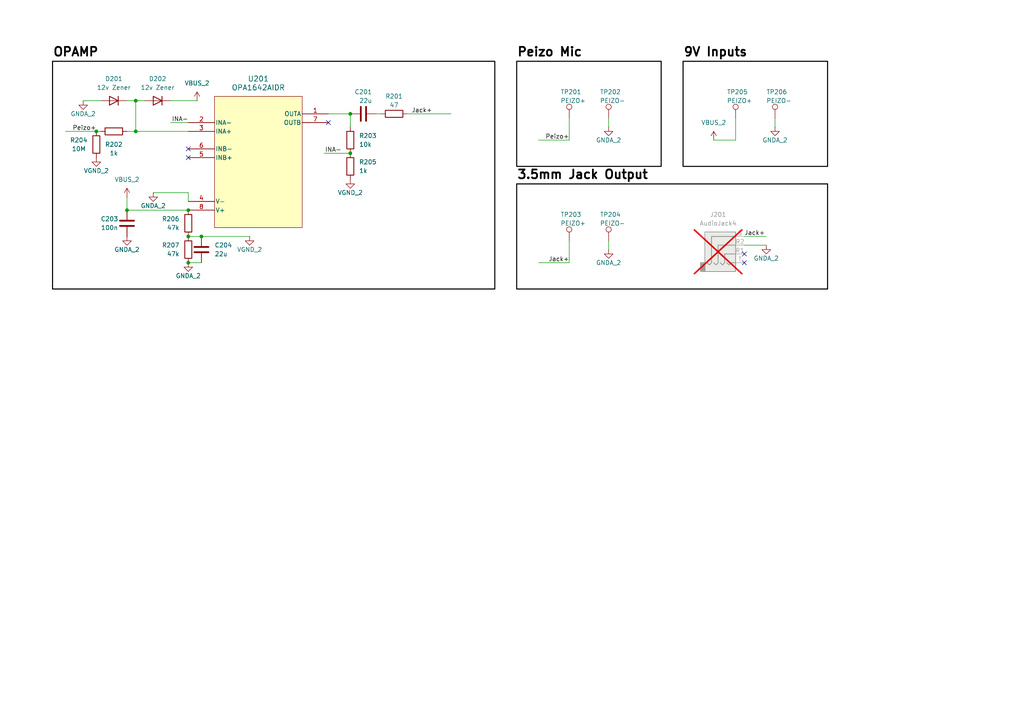
<source format=kicad_sch>
(kicad_sch
	(version 20231120)
	(generator "eeschema")
	(generator_version "8.0")
	(uuid "a0b24dac-30ad-4a17-89da-707f29d6386a")
	(paper "A4")
	(title_block
		(title "Hydrophone")
		(date "2025-02-14")
		(rev "1")
		(company "Remus Harris")
	)
	(lib_symbols
		(symbol "Connector:TestPoint"
			(pin_numbers hide)
			(pin_names
				(offset 0.762) hide)
			(exclude_from_sim no)
			(in_bom yes)
			(on_board yes)
			(property "Reference" "TP"
				(at 0 6.858 0)
				(effects
					(font
						(size 1.27 1.27)
					)
				)
			)
			(property "Value" "TestPoint"
				(at 0 5.08 0)
				(effects
					(font
						(size 1.27 1.27)
					)
				)
			)
			(property "Footprint" ""
				(at 5.08 0 0)
				(effects
					(font
						(size 1.27 1.27)
					)
					(hide yes)
				)
			)
			(property "Datasheet" "~"
				(at 5.08 0 0)
				(effects
					(font
						(size 1.27 1.27)
					)
					(hide yes)
				)
			)
			(property "Description" "test point"
				(at 0 0 0)
				(effects
					(font
						(size 1.27 1.27)
					)
					(hide yes)
				)
			)
			(property "ki_keywords" "test point tp"
				(at 0 0 0)
				(effects
					(font
						(size 1.27 1.27)
					)
					(hide yes)
				)
			)
			(property "ki_fp_filters" "Pin* Test*"
				(at 0 0 0)
				(effects
					(font
						(size 1.27 1.27)
					)
					(hide yes)
				)
			)
			(symbol "TestPoint_0_1"
				(circle
					(center 0 3.302)
					(radius 0.762)
					(stroke
						(width 0)
						(type default)
					)
					(fill
						(type none)
					)
				)
			)
			(symbol "TestPoint_1_1"
				(pin passive line
					(at 0 0 90)
					(length 2.54)
					(name "1"
						(effects
							(font
								(size 1.27 1.27)
							)
						)
					)
					(number "1"
						(effects
							(font
								(size 1.27 1.27)
							)
						)
					)
				)
			)
		)
		(symbol "Connector_Audio:AudioJack4"
			(exclude_from_sim no)
			(in_bom yes)
			(on_board yes)
			(property "Reference" "J"
				(at 0 8.89 0)
				(effects
					(font
						(size 1.27 1.27)
					)
				)
			)
			(property "Value" "AudioJack4"
				(at 0 6.35 0)
				(effects
					(font
						(size 1.27 1.27)
					)
				)
			)
			(property "Footprint" ""
				(at 0 0 0)
				(effects
					(font
						(size 1.27 1.27)
					)
					(hide yes)
				)
			)
			(property "Datasheet" "~"
				(at 0 0 0)
				(effects
					(font
						(size 1.27 1.27)
					)
					(hide yes)
				)
			)
			(property "Description" "Audio Jack, 4 Poles (TRRS)"
				(at 0 0 0)
				(effects
					(font
						(size 1.27 1.27)
					)
					(hide yes)
				)
			)
			(property "ki_keywords" "audio jack receptacle stereo headphones TRRS connector"
				(at 0 0 0)
				(effects
					(font
						(size 1.27 1.27)
					)
					(hide yes)
				)
			)
			(property "ki_fp_filters" "Jack*"
				(at 0 0 0)
				(effects
					(font
						(size 1.27 1.27)
					)
					(hide yes)
				)
			)
			(symbol "AudioJack4_0_1"
				(rectangle
					(start -6.35 -5.08)
					(end -7.62 -7.62)
					(stroke
						(width 0.254)
						(type default)
					)
					(fill
						(type outline)
					)
				)
				(polyline
					(pts
						(xy 0 -5.08) (xy 0.635 -5.715) (xy 1.27 -5.08) (xy 2.54 -5.08)
					)
					(stroke
						(width 0.254)
						(type default)
					)
					(fill
						(type none)
					)
				)
				(polyline
					(pts
						(xy -5.715 -5.08) (xy -5.08 -5.715) (xy -4.445 -5.08) (xy -4.445 2.54) (xy 2.54 2.54)
					)
					(stroke
						(width 0.254)
						(type default)
					)
					(fill
						(type none)
					)
				)
				(polyline
					(pts
						(xy -1.905 -5.08) (xy -1.27 -5.715) (xy -0.635 -5.08) (xy -0.635 -2.54) (xy 2.54 -2.54)
					)
					(stroke
						(width 0.254)
						(type default)
					)
					(fill
						(type none)
					)
				)
				(polyline
					(pts
						(xy 2.54 0) (xy -2.54 0) (xy -2.54 -5.08) (xy -3.175 -5.715) (xy -3.81 -5.08)
					)
					(stroke
						(width 0.254)
						(type default)
					)
					(fill
						(type none)
					)
				)
				(rectangle
					(start 2.54 3.81)
					(end -6.35 -7.62)
					(stroke
						(width 0.254)
						(type default)
					)
					(fill
						(type background)
					)
				)
			)
			(symbol "AudioJack4_1_1"
				(pin passive line
					(at 5.08 -2.54 180)
					(length 2.54)
					(name "~"
						(effects
							(font
								(size 1.27 1.27)
							)
						)
					)
					(number "R1"
						(effects
							(font
								(size 1.27 1.27)
							)
						)
					)
				)
				(pin passive line
					(at 5.08 0 180)
					(length 2.54)
					(name "~"
						(effects
							(font
								(size 1.27 1.27)
							)
						)
					)
					(number "R2"
						(effects
							(font
								(size 1.27 1.27)
							)
						)
					)
				)
				(pin passive line
					(at 5.08 2.54 180)
					(length 2.54)
					(name "~"
						(effects
							(font
								(size 1.27 1.27)
							)
						)
					)
					(number "S"
						(effects
							(font
								(size 1.27 1.27)
							)
						)
					)
				)
				(pin passive line
					(at 5.08 -5.08 180)
					(length 2.54)
					(name "~"
						(effects
							(font
								(size 1.27 1.27)
							)
						)
					)
					(number "T"
						(effects
							(font
								(size 1.27 1.27)
							)
						)
					)
				)
			)
		)
		(symbol "Device:C"
			(pin_numbers hide)
			(pin_names
				(offset 0.254)
			)
			(exclude_from_sim no)
			(in_bom yes)
			(on_board yes)
			(property "Reference" "C"
				(at 0.635 2.54 0)
				(effects
					(font
						(size 1.27 1.27)
					)
					(justify left)
				)
			)
			(property "Value" "C"
				(at 0.635 -2.54 0)
				(effects
					(font
						(size 1.27 1.27)
					)
					(justify left)
				)
			)
			(property "Footprint" ""
				(at 0.9652 -3.81 0)
				(effects
					(font
						(size 1.27 1.27)
					)
					(hide yes)
				)
			)
			(property "Datasheet" "~"
				(at 0 0 0)
				(effects
					(font
						(size 1.27 1.27)
					)
					(hide yes)
				)
			)
			(property "Description" "Unpolarized capacitor"
				(at 0 0 0)
				(effects
					(font
						(size 1.27 1.27)
					)
					(hide yes)
				)
			)
			(property "ki_keywords" "cap capacitor"
				(at 0 0 0)
				(effects
					(font
						(size 1.27 1.27)
					)
					(hide yes)
				)
			)
			(property "ki_fp_filters" "C_*"
				(at 0 0 0)
				(effects
					(font
						(size 1.27 1.27)
					)
					(hide yes)
				)
			)
			(symbol "C_0_1"
				(polyline
					(pts
						(xy -2.032 -0.762) (xy 2.032 -0.762)
					)
					(stroke
						(width 0.508)
						(type default)
					)
					(fill
						(type none)
					)
				)
				(polyline
					(pts
						(xy -2.032 0.762) (xy 2.032 0.762)
					)
					(stroke
						(width 0.508)
						(type default)
					)
					(fill
						(type none)
					)
				)
			)
			(symbol "C_1_1"
				(pin passive line
					(at 0 3.81 270)
					(length 2.794)
					(name "~"
						(effects
							(font
								(size 1.27 1.27)
							)
						)
					)
					(number "1"
						(effects
							(font
								(size 1.27 1.27)
							)
						)
					)
				)
				(pin passive line
					(at 0 -3.81 90)
					(length 2.794)
					(name "~"
						(effects
							(font
								(size 1.27 1.27)
							)
						)
					)
					(number "2"
						(effects
							(font
								(size 1.27 1.27)
							)
						)
					)
				)
			)
		)
		(symbol "Device:D"
			(pin_numbers hide)
			(pin_names
				(offset 1.016) hide)
			(exclude_from_sim no)
			(in_bom yes)
			(on_board yes)
			(property "Reference" "D"
				(at 0 2.54 0)
				(effects
					(font
						(size 1.27 1.27)
					)
				)
			)
			(property "Value" "D"
				(at 0 -2.54 0)
				(effects
					(font
						(size 1.27 1.27)
					)
				)
			)
			(property "Footprint" ""
				(at 0 0 0)
				(effects
					(font
						(size 1.27 1.27)
					)
					(hide yes)
				)
			)
			(property "Datasheet" "~"
				(at 0 0 0)
				(effects
					(font
						(size 1.27 1.27)
					)
					(hide yes)
				)
			)
			(property "Description" "Diode"
				(at 0 0 0)
				(effects
					(font
						(size 1.27 1.27)
					)
					(hide yes)
				)
			)
			(property "Sim.Device" "D"
				(at 0 0 0)
				(effects
					(font
						(size 1.27 1.27)
					)
					(hide yes)
				)
			)
			(property "Sim.Pins" "1=K 2=A"
				(at 0 0 0)
				(effects
					(font
						(size 1.27 1.27)
					)
					(hide yes)
				)
			)
			(property "ki_keywords" "diode"
				(at 0 0 0)
				(effects
					(font
						(size 1.27 1.27)
					)
					(hide yes)
				)
			)
			(property "ki_fp_filters" "TO-???* *_Diode_* *SingleDiode* D_*"
				(at 0 0 0)
				(effects
					(font
						(size 1.27 1.27)
					)
					(hide yes)
				)
			)
			(symbol "D_0_1"
				(polyline
					(pts
						(xy -1.27 1.27) (xy -1.27 -1.27)
					)
					(stroke
						(width 0.254)
						(type default)
					)
					(fill
						(type none)
					)
				)
				(polyline
					(pts
						(xy 1.27 0) (xy -1.27 0)
					)
					(stroke
						(width 0)
						(type default)
					)
					(fill
						(type none)
					)
				)
				(polyline
					(pts
						(xy 1.27 1.27) (xy 1.27 -1.27) (xy -1.27 0) (xy 1.27 1.27)
					)
					(stroke
						(width 0.254)
						(type default)
					)
					(fill
						(type none)
					)
				)
			)
			(symbol "D_1_1"
				(pin passive line
					(at -3.81 0 0)
					(length 2.54)
					(name "K"
						(effects
							(font
								(size 1.27 1.27)
							)
						)
					)
					(number "1"
						(effects
							(font
								(size 1.27 1.27)
							)
						)
					)
				)
				(pin passive line
					(at 3.81 0 180)
					(length 2.54)
					(name "A"
						(effects
							(font
								(size 1.27 1.27)
							)
						)
					)
					(number "2"
						(effects
							(font
								(size 1.27 1.27)
							)
						)
					)
				)
			)
		)
		(symbol "Device:R"
			(pin_numbers hide)
			(pin_names
				(offset 0)
			)
			(exclude_from_sim no)
			(in_bom yes)
			(on_board yes)
			(property "Reference" "R"
				(at 2.032 0 90)
				(effects
					(font
						(size 1.27 1.27)
					)
				)
			)
			(property "Value" "R"
				(at 0 0 90)
				(effects
					(font
						(size 1.27 1.27)
					)
				)
			)
			(property "Footprint" ""
				(at -1.778 0 90)
				(effects
					(font
						(size 1.27 1.27)
					)
					(hide yes)
				)
			)
			(property "Datasheet" "~"
				(at 0 0 0)
				(effects
					(font
						(size 1.27 1.27)
					)
					(hide yes)
				)
			)
			(property "Description" "Resistor"
				(at 0 0 0)
				(effects
					(font
						(size 1.27 1.27)
					)
					(hide yes)
				)
			)
			(property "ki_keywords" "R res resistor"
				(at 0 0 0)
				(effects
					(font
						(size 1.27 1.27)
					)
					(hide yes)
				)
			)
			(property "ki_fp_filters" "R_*"
				(at 0 0 0)
				(effects
					(font
						(size 1.27 1.27)
					)
					(hide yes)
				)
			)
			(symbol "R_0_1"
				(rectangle
					(start -1.016 -2.54)
					(end 1.016 2.54)
					(stroke
						(width 0.254)
						(type default)
					)
					(fill
						(type none)
					)
				)
			)
			(symbol "R_1_1"
				(pin passive line
					(at 0 3.81 270)
					(length 1.27)
					(name "~"
						(effects
							(font
								(size 1.27 1.27)
							)
						)
					)
					(number "1"
						(effects
							(font
								(size 1.27 1.27)
							)
						)
					)
				)
				(pin passive line
					(at 0 -3.81 90)
					(length 1.27)
					(name "~"
						(effects
							(font
								(size 1.27 1.27)
							)
						)
					)
					(number "2"
						(effects
							(font
								(size 1.27 1.27)
							)
						)
					)
				)
			)
		)
		(symbol "OPA1642AIDR:OPA1642AIDR"
			(pin_names
				(offset 0.254)
			)
			(exclude_from_sim no)
			(in_bom yes)
			(on_board yes)
			(property "Reference" "U"
				(at 20.32 12.7 0)
				(effects
					(font
						(size 1.524 1.524)
					)
				)
			)
			(property "Value" "OPA1642AIDR"
				(at 20.32 10.16 0)
				(effects
					(font
						(size 1.524 1.524)
					)
				)
			)
			(property "Footprint" "OPA1642AIDR:D8"
				(at 20.574 10.16 0)
				(effects
					(font
						(size 1.27 1.27)
						(italic yes)
					)
					(hide yes)
				)
			)
			(property "Datasheet" "OPA1642AIDR"
				(at 20.32 10.16 0)
				(effects
					(font
						(size 1.27 1.27)
						(italic yes)
					)
					(hide yes)
				)
			)
			(property "Description" ""
				(at 0 0 0)
				(effects
					(font
						(size 1.27 1.27)
					)
					(hide yes)
				)
			)
			(property "ki_keywords" "OPA1642AIDR"
				(at 0 0 0)
				(effects
					(font
						(size 1.27 1.27)
					)
					(hide yes)
				)
			)
			(property "ki_fp_filters" "D8 D8-M D8-L"
				(at 0 0 0)
				(effects
					(font
						(size 1.27 1.27)
					)
					(hide yes)
				)
			)
			(symbol "OPA1642AIDR_0_1"
				(pin output line
					(at 40.64 2.54 180)
					(length 7.62)
					(name "OUTA"
						(effects
							(font
								(size 1.27 1.27)
							)
						)
					)
					(number "1"
						(effects
							(font
								(size 1.27 1.27)
							)
						)
					)
				)
				(pin input line
					(at 0 0 0)
					(length 7.62)
					(name "INA-"
						(effects
							(font
								(size 1.27 1.27)
							)
						)
					)
					(number "2"
						(effects
							(font
								(size 1.27 1.27)
							)
						)
					)
				)
				(pin input line
					(at 0 -2.54 0)
					(length 7.62)
					(name "INA+"
						(effects
							(font
								(size 1.27 1.27)
							)
						)
					)
					(number "3"
						(effects
							(font
								(size 1.27 1.27)
							)
						)
					)
				)
				(pin power_in line
					(at 0 -22.86 0)
					(length 7.62)
					(name "V-"
						(effects
							(font
								(size 1.27 1.27)
							)
						)
					)
					(number "4"
						(effects
							(font
								(size 1.27 1.27)
							)
						)
					)
				)
				(pin input line
					(at 0 -10.16 0)
					(length 7.62)
					(name "INB+"
						(effects
							(font
								(size 1.27 1.27)
							)
						)
					)
					(number "5"
						(effects
							(font
								(size 1.27 1.27)
							)
						)
					)
				)
				(pin input line
					(at 0 -7.62 0)
					(length 7.62)
					(name "INB-"
						(effects
							(font
								(size 1.27 1.27)
							)
						)
					)
					(number "6"
						(effects
							(font
								(size 1.27 1.27)
							)
						)
					)
				)
				(pin output line
					(at 40.64 0 180)
					(length 7.62)
					(name "OUTB"
						(effects
							(font
								(size 1.27 1.27)
							)
						)
					)
					(number "7"
						(effects
							(font
								(size 1.27 1.27)
							)
						)
					)
				)
				(pin power_in line
					(at 0 -25.4 0)
					(length 7.62)
					(name "V+"
						(effects
							(font
								(size 1.27 1.27)
							)
						)
					)
					(number "8"
						(effects
							(font
								(size 1.27 1.27)
							)
						)
					)
				)
			)
			(symbol "OPA1642AIDR_1_1"
				(rectangle
					(start 7.62 7.62)
					(end 33.02 -30.48)
					(stroke
						(width 0)
						(type default)
					)
					(fill
						(type background)
					)
				)
			)
		)
		(symbol "power:GND"
			(power)
			(pin_numbers hide)
			(pin_names
				(offset 0) hide)
			(exclude_from_sim no)
			(in_bom yes)
			(on_board yes)
			(property "Reference" "#PWR"
				(at 0 -6.35 0)
				(effects
					(font
						(size 1.27 1.27)
					)
					(hide yes)
				)
			)
			(property "Value" "GND"
				(at 0 -3.81 0)
				(effects
					(font
						(size 1.27 1.27)
					)
				)
			)
			(property "Footprint" ""
				(at 0 0 0)
				(effects
					(font
						(size 1.27 1.27)
					)
					(hide yes)
				)
			)
			(property "Datasheet" ""
				(at 0 0 0)
				(effects
					(font
						(size 1.27 1.27)
					)
					(hide yes)
				)
			)
			(property "Description" "Power symbol creates a global label with name \"GND\" , ground"
				(at 0 0 0)
				(effects
					(font
						(size 1.27 1.27)
					)
					(hide yes)
				)
			)
			(property "ki_keywords" "global power"
				(at 0 0 0)
				(effects
					(font
						(size 1.27 1.27)
					)
					(hide yes)
				)
			)
			(symbol "GND_0_1"
				(polyline
					(pts
						(xy 0 0) (xy 0 -1.27) (xy 1.27 -1.27) (xy 0 -2.54) (xy -1.27 -1.27) (xy 0 -1.27)
					)
					(stroke
						(width 0)
						(type default)
					)
					(fill
						(type none)
					)
				)
			)
			(symbol "GND_1_1"
				(pin power_in line
					(at 0 0 270)
					(length 0)
					(name "~"
						(effects
							(font
								(size 1.27 1.27)
							)
						)
					)
					(number "1"
						(effects
							(font
								(size 1.27 1.27)
							)
						)
					)
				)
			)
		)
		(symbol "power:GNDA"
			(power)
			(pin_numbers hide)
			(pin_names
				(offset 0) hide)
			(exclude_from_sim no)
			(in_bom yes)
			(on_board yes)
			(property "Reference" "#PWR"
				(at 0 -6.35 0)
				(effects
					(font
						(size 1.27 1.27)
					)
					(hide yes)
				)
			)
			(property "Value" "GNDA"
				(at 0 -3.81 0)
				(effects
					(font
						(size 1.27 1.27)
					)
				)
			)
			(property "Footprint" ""
				(at 0 0 0)
				(effects
					(font
						(size 1.27 1.27)
					)
					(hide yes)
				)
			)
			(property "Datasheet" ""
				(at 0 0 0)
				(effects
					(font
						(size 1.27 1.27)
					)
					(hide yes)
				)
			)
			(property "Description" "Power symbol creates a global label with name \"GNDA\" , analog ground"
				(at 0 0 0)
				(effects
					(font
						(size 1.27 1.27)
					)
					(hide yes)
				)
			)
			(property "ki_keywords" "global power"
				(at 0 0 0)
				(effects
					(font
						(size 1.27 1.27)
					)
					(hide yes)
				)
			)
			(symbol "GNDA_0_1"
				(polyline
					(pts
						(xy 0 0) (xy 0 -1.27) (xy 1.27 -1.27) (xy 0 -2.54) (xy -1.27 -1.27) (xy 0 -1.27)
					)
					(stroke
						(width 0)
						(type default)
					)
					(fill
						(type none)
					)
				)
			)
			(symbol "GNDA_1_1"
				(pin power_in line
					(at 0 0 270)
					(length 0)
					(name "~"
						(effects
							(font
								(size 1.27 1.27)
							)
						)
					)
					(number "1"
						(effects
							(font
								(size 1.27 1.27)
							)
						)
					)
				)
			)
		)
		(symbol "power:VBUS"
			(power)
			(pin_numbers hide)
			(pin_names
				(offset 0) hide)
			(exclude_from_sim no)
			(in_bom yes)
			(on_board yes)
			(property "Reference" "#PWR"
				(at 0 -3.81 0)
				(effects
					(font
						(size 1.27 1.27)
					)
					(hide yes)
				)
			)
			(property "Value" "VBUS"
				(at 0 3.556 0)
				(effects
					(font
						(size 1.27 1.27)
					)
				)
			)
			(property "Footprint" ""
				(at 0 0 0)
				(effects
					(font
						(size 1.27 1.27)
					)
					(hide yes)
				)
			)
			(property "Datasheet" ""
				(at 0 0 0)
				(effects
					(font
						(size 1.27 1.27)
					)
					(hide yes)
				)
			)
			(property "Description" "Power symbol creates a global label with name \"VBUS\""
				(at 0 0 0)
				(effects
					(font
						(size 1.27 1.27)
					)
					(hide yes)
				)
			)
			(property "ki_keywords" "global power"
				(at 0 0 0)
				(effects
					(font
						(size 1.27 1.27)
					)
					(hide yes)
				)
			)
			(symbol "VBUS_0_1"
				(polyline
					(pts
						(xy -0.762 1.27) (xy 0 2.54)
					)
					(stroke
						(width 0)
						(type default)
					)
					(fill
						(type none)
					)
				)
				(polyline
					(pts
						(xy 0 0) (xy 0 2.54)
					)
					(stroke
						(width 0)
						(type default)
					)
					(fill
						(type none)
					)
				)
				(polyline
					(pts
						(xy 0 2.54) (xy 0.762 1.27)
					)
					(stroke
						(width 0)
						(type default)
					)
					(fill
						(type none)
					)
				)
			)
			(symbol "VBUS_1_1"
				(pin power_in line
					(at 0 0 90)
					(length 0)
					(name "~"
						(effects
							(font
								(size 1.27 1.27)
							)
						)
					)
					(number "1"
						(effects
							(font
								(size 1.27 1.27)
							)
						)
					)
				)
			)
		)
	)
	(junction
		(at 39.37 29.21)
		(diameter 0)
		(color 0 0 0 0)
		(uuid "0e18ee4c-4ece-414c-8cc8-718c169f4356")
	)
	(junction
		(at 54.61 68.58)
		(diameter 0)
		(color 0 0 0 0)
		(uuid "31f859d9-2b59-4026-985a-50b1fdf84963")
	)
	(junction
		(at 27.94 38.1)
		(diameter 0)
		(color 0 0 0 0)
		(uuid "6488a1f3-070e-497d-a300-842b3ae77088")
	)
	(junction
		(at 39.37 38.1)
		(diameter 0)
		(color 0 0 0 0)
		(uuid "690091e7-6492-4ae9-9d7c-813604973d6e")
	)
	(junction
		(at 54.61 60.96)
		(diameter 0)
		(color 0 0 0 0)
		(uuid "79a40d52-69c1-4d00-9c6c-2bf060c017ad")
	)
	(junction
		(at 58.42 68.58)
		(diameter 0)
		(color 0 0 0 0)
		(uuid "96f6ca3a-5d21-4fe2-8e3c-1b9966ad9867")
	)
	(junction
		(at 101.6 33.02)
		(diameter 0)
		(color 0 0 0 0)
		(uuid "aa4ab7ad-0683-4a23-8fa9-f2bdce678b51")
	)
	(junction
		(at 54.61 76.2)
		(diameter 0)
		(color 0 0 0 0)
		(uuid "b0f7edd7-9d94-4240-ae30-99920355cf0c")
	)
	(junction
		(at 101.6 44.45)
		(diameter 0)
		(color 0 0 0 0)
		(uuid "f8e7719c-b31b-4af1-89c8-1bf6ef6fa5da")
	)
	(junction
		(at 36.83 60.96)
		(diameter 0)
		(color 0 0 0 0)
		(uuid "ff46da5c-ba84-4148-b5c1-4d10dd5edbe7")
	)
	(no_connect
		(at 95.25 35.56)
		(uuid "045c9c5b-a1a6-4769-bd51-5dc3fb1a8fd9")
	)
	(no_connect
		(at 54.61 45.72)
		(uuid "2bfa988e-6c3a-4826-b869-1c9183d74d9c")
	)
	(no_connect
		(at 54.61 43.18)
		(uuid "30467626-8594-48f1-8130-17a1d52dccec")
	)
	(no_connect
		(at 215.9 73.66)
		(uuid "b9a4be41-0e2d-42af-ac83-e365ec663dbc")
	)
	(no_connect
		(at 215.9 76.2)
		(uuid "dac31296-0cd4-4cae-a7bb-9179148bb449")
	)
	(wire
		(pts
			(xy 176.53 69.85) (xy 176.53 72.39)
		)
		(stroke
			(width 0)
			(type default)
		)
		(uuid "1c67a697-d35e-43cb-9382-7a0a3216895b")
	)
	(wire
		(pts
			(xy 213.36 34.29) (xy 213.36 40.64)
		)
		(stroke
			(width 0)
			(type default)
		)
		(uuid "339c1e96-bc1e-4e46-9ff4-bfe9640c311a")
	)
	(wire
		(pts
			(xy 39.37 38.1) (xy 54.61 38.1)
		)
		(stroke
			(width 0)
			(type default)
		)
		(uuid "34427405-728e-4108-8fc6-dca615ff0b31")
	)
	(wire
		(pts
			(xy 54.61 76.2) (xy 58.42 76.2)
		)
		(stroke
			(width 0)
			(type default)
		)
		(uuid "34e7a9a3-678f-49f8-8b98-2f3e58ad1290")
	)
	(wire
		(pts
			(xy 54.61 55.88) (xy 44.45 55.88)
		)
		(stroke
			(width 0)
			(type default)
		)
		(uuid "3702dd98-67b2-48cf-9f95-95c36cf062a4")
	)
	(wire
		(pts
			(xy 165.1 34.29) (xy 165.1 40.64)
		)
		(stroke
			(width 0)
			(type default)
		)
		(uuid "57aaea5a-d39f-47f8-a4da-274ff2d2cbc2")
	)
	(wire
		(pts
			(xy 207.01 40.64) (xy 213.36 40.64)
		)
		(stroke
			(width 0)
			(type default)
		)
		(uuid "60b09cce-a106-433b-9c4f-5ef2d044348c")
	)
	(wire
		(pts
			(xy 215.9 71.12) (xy 222.25 71.12)
		)
		(stroke
			(width 0)
			(type default)
		)
		(uuid "6355f32f-b9a7-41ac-a986-eecb5ae5ae05")
	)
	(wire
		(pts
			(xy 39.37 29.21) (xy 39.37 38.1)
		)
		(stroke
			(width 0)
			(type default)
		)
		(uuid "6c50c580-59c0-46b4-88eb-a7f3184eeae4")
	)
	(wire
		(pts
			(xy 176.53 34.29) (xy 176.53 36.83)
		)
		(stroke
			(width 0)
			(type default)
		)
		(uuid "6e49f4fc-77fb-4f0f-990a-6b224e95726e")
	)
	(wire
		(pts
			(xy 156.21 40.64) (xy 165.1 40.64)
		)
		(stroke
			(width 0)
			(type default)
		)
		(uuid "71469268-9c13-4f2a-926f-10a51a5bfaf5")
	)
	(wire
		(pts
			(xy 118.11 33.02) (xy 130.81 33.02)
		)
		(stroke
			(width 0)
			(type default)
		)
		(uuid "71e5a0a9-c5dc-4485-a247-8769008c87c1")
	)
	(wire
		(pts
			(xy 36.83 57.15) (xy 36.83 60.96)
		)
		(stroke
			(width 0)
			(type default)
		)
		(uuid "76327547-f450-4114-bf9e-65105b55a8f0")
	)
	(wire
		(pts
			(xy 39.37 29.21) (xy 36.83 29.21)
		)
		(stroke
			(width 0)
			(type default)
		)
		(uuid "77ea9e5b-658a-4394-bf92-bccf7f77c8e1")
	)
	(wire
		(pts
			(xy 41.91 29.21) (xy 39.37 29.21)
		)
		(stroke
			(width 0)
			(type default)
		)
		(uuid "7ec5d024-c59d-4bef-916b-bb8f557ca7d5")
	)
	(wire
		(pts
			(xy 110.49 33.02) (xy 109.22 33.02)
		)
		(stroke
			(width 0)
			(type default)
		)
		(uuid "8e2d9701-4e35-4fb7-8542-bcbba5cac776")
	)
	(wire
		(pts
			(xy 27.94 38.1) (xy 29.21 38.1)
		)
		(stroke
			(width 0)
			(type default)
		)
		(uuid "99b6b5f8-1f17-4dbe-989e-e1f58c8ff9b7")
	)
	(wire
		(pts
			(xy 36.83 60.96) (xy 54.61 60.96)
		)
		(stroke
			(width 0)
			(type default)
		)
		(uuid "99d31f8b-fcad-4f8d-a005-2aa06529fd7a")
	)
	(wire
		(pts
			(xy 93.98 44.45) (xy 101.6 44.45)
		)
		(stroke
			(width 0)
			(type default)
		)
		(uuid "bc9f5898-4a23-43f9-8aa1-8aaae58a77e4")
	)
	(wire
		(pts
			(xy 49.53 35.56) (xy 54.61 35.56)
		)
		(stroke
			(width 0)
			(type default)
		)
		(uuid "bfed6d3a-eaf3-440e-9fa4-683a9898ee49")
	)
	(wire
		(pts
			(xy 58.42 68.58) (xy 72.39 68.58)
		)
		(stroke
			(width 0)
			(type default)
		)
		(uuid "c0526ed1-9b17-4086-91e9-e436f287c524")
	)
	(wire
		(pts
			(xy 49.53 29.21) (xy 57.15 29.21)
		)
		(stroke
			(width 0)
			(type default)
		)
		(uuid "c477737d-3b50-4afb-bee1-aeb440dfa218")
	)
	(wire
		(pts
			(xy 224.79 34.29) (xy 224.79 36.83)
		)
		(stroke
			(width 0)
			(type default)
		)
		(uuid "c77cc8f5-385b-4a59-ac8f-acdb87e7d55b")
	)
	(wire
		(pts
			(xy 36.83 38.1) (xy 39.37 38.1)
		)
		(stroke
			(width 0)
			(type default)
		)
		(uuid "cb896808-8037-4f5c-9145-c38bca7b3927")
	)
	(wire
		(pts
			(xy 19.05 38.1) (xy 27.94 38.1)
		)
		(stroke
			(width 0)
			(type default)
		)
		(uuid "d19d3e86-bcc4-4f82-8d07-05257e8ae287")
	)
	(wire
		(pts
			(xy 24.13 29.21) (xy 29.21 29.21)
		)
		(stroke
			(width 0)
			(type default)
		)
		(uuid "d78b8582-78f4-4376-91af-0367a9e2c9ee")
	)
	(wire
		(pts
			(xy 54.61 68.58) (xy 58.42 68.58)
		)
		(stroke
			(width 0)
			(type default)
		)
		(uuid "d86a3342-0305-4651-8d62-53e3cc1f4158")
	)
	(wire
		(pts
			(xy 165.1 69.85) (xy 165.1 76.2)
		)
		(stroke
			(width 0)
			(type default)
		)
		(uuid "d8b25d28-5bc7-42c9-9ad2-82cde8dd6c78")
	)
	(wire
		(pts
			(xy 101.6 33.02) (xy 101.6 36.83)
		)
		(stroke
			(width 0)
			(type default)
		)
		(uuid "e1fe38d7-0068-403b-8f7d-d93b462f58d2")
	)
	(wire
		(pts
			(xy 101.6 33.02) (xy 95.25 33.02)
		)
		(stroke
			(width 0)
			(type default)
		)
		(uuid "f3b1007b-955e-4f9b-92b5-e77301ad2a84")
	)
	(wire
		(pts
			(xy 215.9 68.58) (xy 222.25 68.58)
		)
		(stroke
			(width 0)
			(type default)
		)
		(uuid "f564db1d-af7c-4ffc-be6f-18b21df3c4d6")
	)
	(wire
		(pts
			(xy 54.61 58.42) (xy 54.61 55.88)
		)
		(stroke
			(width 0)
			(type default)
		)
		(uuid "f6ddcbae-f7df-40e9-90f5-edcebf44d118")
	)
	(wire
		(pts
			(xy 156.21 76.2) (xy 165.1 76.2)
		)
		(stroke
			(width 0)
			(type default)
		)
		(uuid "fd3b2a92-8b7f-4bf4-a080-bc0f04a0987e")
	)
	(rectangle
		(start 198.12 17.78)
		(end 240.03 48.26)
		(stroke
			(width 0.3048)
			(type default)
			(color 0 0 0 1)
		)
		(fill
			(type none)
		)
		(uuid 55ba5b46-593a-4e37-81f7-c502a2d35f6d)
	)
	(rectangle
		(start 149.86 53.34)
		(end 240.03 83.82)
		(stroke
			(width 0.3048)
			(type default)
			(color 0 0 0 1)
		)
		(fill
			(type none)
		)
		(uuid 57f100a7-0af1-443b-8030-d1c5091030f5)
	)
	(rectangle
		(start 149.86 17.78)
		(end 191.77 48.26)
		(stroke
			(width 0.3048)
			(type default)
			(color 0 0 0 1)
		)
		(fill
			(type none)
		)
		(uuid 5ef1046b-fc57-46f4-89f7-051a8e1480f6)
	)
	(rectangle
		(start 15.24 17.78)
		(end 143.51 83.82)
		(stroke
			(width 0.3048)
			(type default)
			(color 0 0 0 1)
		)
		(fill
			(type none)
		)
		(uuid b406788b-28bf-4d98-85fd-a2c9266665a7)
	)
	(text "Peizo Mic"
		(exclude_from_sim no)
		(at 149.86 15.24 0)
		(effects
			(font
				(size 2.54 2.54)
				(thickness 0.508)
				(bold yes)
				(color 0 0 0 1)
			)
			(justify left)
		)
		(uuid "240026c0-6e6e-4734-a4fb-ec95e5c42131")
	)
	(text "OPAMP"
		(exclude_from_sim no)
		(at 15.24 15.24 0)
		(effects
			(font
				(size 2.54 2.54)
				(thickness 0.508)
				(bold yes)
				(color 0 0 0 1)
			)
			(justify left)
		)
		(uuid "9c01a8b7-b51b-4821-a92a-9a8b9daadb88")
	)
	(text "3.5mm Jack Output"
		(exclude_from_sim no)
		(at 149.86 50.8 0)
		(effects
			(font
				(size 2.54 2.54)
				(thickness 0.508)
				(bold yes)
				(color 0 0 0 1)
			)
			(justify left)
		)
		(uuid "b6bafa18-3ad8-41cf-8652-5836a87ec36e")
	)
	(text "9V Inputs"
		(exclude_from_sim no)
		(at 198.12 15.24 0)
		(effects
			(font
				(size 2.54 2.54)
				(thickness 0.508)
				(bold yes)
				(color 0 0 0 1)
			)
			(justify left)
		)
		(uuid "c2082114-2746-40ff-a704-90b8e35d8bcb")
	)
	(label "INA-"
		(at 54.61 35.56 180)
		(effects
			(font
				(size 1.27 1.27)
			)
			(justify right bottom)
		)
		(uuid "3fef85e6-6ddc-40d8-816b-df3c44e473ce")
	)
	(label "INA-"
		(at 99.06 44.45 180)
		(effects
			(font
				(size 1.27 1.27)
			)
			(justify right bottom)
		)
		(uuid "4d958473-8173-4e8c-bf29-59a973206ed1")
	)
	(label "Jack+"
		(at 119.38 33.02 0)
		(effects
			(font
				(size 1.27 1.27)
			)
			(justify left bottom)
		)
		(uuid "879f1c47-47cf-44a9-a975-7b16532dd32a")
	)
	(label "Peizo+"
		(at 27.94 38.1 180)
		(effects
			(font
				(size 1.27 1.27)
			)
			(justify right bottom)
		)
		(uuid "9430ccfe-2211-4ea1-9155-1e70a5f22fa2")
	)
	(label "Jack+"
		(at 215.9 68.58 0)
		(effects
			(font
				(size 1.27 1.27)
			)
			(justify left bottom)
		)
		(uuid "9d7d91ce-5320-4213-be52-bb411e6188e9")
	)
	(label "Jack+"
		(at 165.1 76.2 180)
		(effects
			(font
				(size 1.27 1.27)
			)
			(justify right bottom)
		)
		(uuid "ee4f2723-1a98-4bad-92ae-db1d1aae1b4f")
	)
	(label "Peizo+"
		(at 165.1 40.64 180)
		(effects
			(font
				(size 1.27 1.27)
			)
			(justify right bottom)
		)
		(uuid "fc355ac6-7659-4cf9-827c-a7cae2dcf360")
	)
	(symbol
		(lib_id "Connector:TestPoint")
		(at 213.36 34.29 0)
		(unit 1)
		(exclude_from_sim no)
		(in_bom yes)
		(on_board yes)
		(dnp no)
		(uuid "19d4444f-bd1b-494e-b01b-b66cccc587de")
		(property "Reference" "TP205"
			(at 210.82 26.67 0)
			(effects
				(font
					(size 1.27 1.27)
				)
				(justify left)
			)
		)
		(property "Value" "PEIZO+"
			(at 210.82 29.21 0)
			(effects
				(font
					(size 1.27 1.27)
				)
				(justify left)
			)
		)
		(property "Footprint" "TestPoint:TestPoint_Pad_D1.0mm"
			(at 218.44 34.29 0)
			(effects
				(font
					(size 1.27 1.27)
				)
				(hide yes)
			)
		)
		(property "Datasheet" "~"
			(at 218.44 34.29 0)
			(effects
				(font
					(size 1.27 1.27)
				)
				(hide yes)
			)
		)
		(property "Description" "test point"
			(at 213.36 34.29 0)
			(effects
				(font
					(size 1.27 1.27)
				)
				(hide yes)
			)
		)
		(property "Part Number" "---"
			(at 213.36 34.29 0)
			(effects
				(font
					(size 1.27 1.27)
				)
				(hide yes)
			)
		)
		(property "JLCPCB Part#" ""
			(at 213.36 34.29 0)
			(effects
				(font
					(size 1.27 1.27)
				)
				(hide yes)
			)
		)
		(pin "1"
			(uuid "0494b359-cc62-4144-8170-7d46bae785f7")
		)
		(instances
			(project "Hydrophone"
				(path "/a7849e68-0fff-42fa-bbad-d24a7d586f8d/f2429961-cd61-4dc4-a0ec-b0a8292e27ef"
					(reference "TP205")
					(unit 1)
				)
			)
		)
	)
	(symbol
		(lib_id "Device:R")
		(at 101.6 48.26 0)
		(unit 1)
		(exclude_from_sim no)
		(in_bom yes)
		(on_board yes)
		(dnp no)
		(fields_autoplaced yes)
		(uuid "1a806544-347e-4d11-947d-a07b3b019623")
		(property "Reference" "R205"
			(at 104.14 46.9899 0)
			(effects
				(font
					(size 1.27 1.27)
				)
				(justify left)
			)
		)
		(property "Value" "1k"
			(at 104.14 49.5299 0)
			(effects
				(font
					(size 1.27 1.27)
				)
				(justify left)
			)
		)
		(property "Footprint" "Capacitor_SMD:C_0402_1005Metric"
			(at 99.822 48.26 90)
			(effects
				(font
					(size 1.27 1.27)
				)
				(hide yes)
			)
		)
		(property "Datasheet" "~"
			(at 101.6 48.26 0)
			(effects
				(font
					(size 1.27 1.27)
				)
				(hide yes)
			)
		)
		(property "Description" "Resistor"
			(at 101.6 48.26 0)
			(effects
				(font
					(size 1.27 1.27)
				)
				(hide yes)
			)
		)
		(property "Part Number" "0402WGF1001TCE"
			(at 101.6 48.26 0)
			(effects
				(font
					(size 1.27 1.27)
				)
				(hide yes)
			)
		)
		(property "JLCPCB Part#" "C11702"
			(at 101.6 48.26 0)
			(effects
				(font
					(size 1.27 1.27)
				)
				(hide yes)
			)
		)
		(pin "1"
			(uuid "3cac8239-c48b-4d1c-99b8-f15efc903c8a")
		)
		(pin "2"
			(uuid "f27e1d18-3acd-4899-a1b4-a5e40dffe841")
		)
		(instances
			(project "Hydrophone"
				(path "/a7849e68-0fff-42fa-bbad-d24a7d586f8d/f2429961-cd61-4dc4-a0ec-b0a8292e27ef"
					(reference "R205")
					(unit 1)
				)
			)
		)
	)
	(symbol
		(lib_id "Connector:TestPoint")
		(at 176.53 34.29 0)
		(unit 1)
		(exclude_from_sim no)
		(in_bom yes)
		(on_board yes)
		(dnp no)
		(uuid "1d0f3962-8457-41e8-911a-5e6aae866d56")
		(property "Reference" "TP202"
			(at 173.99 26.67 0)
			(effects
				(font
					(size 1.27 1.27)
				)
				(justify left)
			)
		)
		(property "Value" "PEIZO-"
			(at 173.99 29.21 0)
			(effects
				(font
					(size 1.27 1.27)
				)
				(justify left)
			)
		)
		(property "Footprint" "TestPoint:TestPoint_Pad_D1.0mm"
			(at 181.61 34.29 0)
			(effects
				(font
					(size 1.27 1.27)
				)
				(hide yes)
			)
		)
		(property "Datasheet" "~"
			(at 181.61 34.29 0)
			(effects
				(font
					(size 1.27 1.27)
				)
				(hide yes)
			)
		)
		(property "Description" "test point"
			(at 176.53 34.29 0)
			(effects
				(font
					(size 1.27 1.27)
				)
				(hide yes)
			)
		)
		(property "Part Number" "---"
			(at 176.53 34.29 0)
			(effects
				(font
					(size 1.27 1.27)
				)
				(hide yes)
			)
		)
		(property "JLCPCB Part#" ""
			(at 176.53 34.29 0)
			(effects
				(font
					(size 1.27 1.27)
				)
				(hide yes)
			)
		)
		(pin "1"
			(uuid "ac3b0129-6ace-4d1b-a3c6-3fe11ba76e31")
		)
		(instances
			(project "Hydrophone"
				(path "/a7849e68-0fff-42fa-bbad-d24a7d586f8d/f2429961-cd61-4dc4-a0ec-b0a8292e27ef"
					(reference "TP202")
					(unit 1)
				)
			)
		)
	)
	(symbol
		(lib_id "power:VBUS")
		(at 207.01 40.64 0)
		(unit 1)
		(exclude_from_sim no)
		(in_bom yes)
		(on_board yes)
		(dnp no)
		(fields_autoplaced yes)
		(uuid "3a3218f0-d178-433b-80d7-b23d585f2fdb")
		(property "Reference" "#PWR0210"
			(at 207.01 44.45 0)
			(effects
				(font
					(size 1.27 1.27)
				)
				(hide yes)
			)
		)
		(property "Value" "VBUS_2"
			(at 207.01 35.56 0)
			(effects
				(font
					(size 1.27 1.27)
				)
			)
		)
		(property "Footprint" ""
			(at 207.01 40.64 0)
			(effects
				(font
					(size 1.27 1.27)
				)
				(hide yes)
			)
		)
		(property "Datasheet" ""
			(at 207.01 40.64 0)
			(effects
				(font
					(size 1.27 1.27)
				)
				(hide yes)
			)
		)
		(property "Description" "Power symbol creates a global label with name \"VBUS\""
			(at 207.01 40.64 0)
			(effects
				(font
					(size 1.27 1.27)
				)
				(hide yes)
			)
		)
		(pin "1"
			(uuid "a5ab03c0-6b33-4c9a-bdeb-e36161ef24c3")
		)
		(instances
			(project "Hydrophone"
				(path "/a7849e68-0fff-42fa-bbad-d24a7d586f8d/f2429961-cd61-4dc4-a0ec-b0a8292e27ef"
					(reference "#PWR0210")
					(unit 1)
				)
			)
		)
	)
	(symbol
		(lib_id "power:GNDA")
		(at 24.13 29.21 0)
		(unit 1)
		(exclude_from_sim no)
		(in_bom yes)
		(on_board yes)
		(dnp no)
		(uuid "496e1798-12ac-470b-bb89-3cda7d511a7b")
		(property "Reference" "#PWR0101"
			(at 24.13 35.56 0)
			(effects
				(font
					(size 1.27 1.27)
				)
				(hide yes)
			)
		)
		(property "Value" "GNDA_2"
			(at 24.13 33.02 0)
			(effects
				(font
					(size 1.27 1.27)
				)
			)
		)
		(property "Footprint" ""
			(at 24.13 29.21 0)
			(effects
				(font
					(size 1.27 1.27)
				)
				(hide yes)
			)
		)
		(property "Datasheet" ""
			(at 24.13 29.21 0)
			(effects
				(font
					(size 1.27 1.27)
				)
				(hide yes)
			)
		)
		(property "Description" "Power symbol creates a global label with name \"GNDA\" , analog ground"
			(at 24.13 29.21 0)
			(effects
				(font
					(size 1.27 1.27)
				)
				(hide yes)
			)
		)
		(pin "1"
			(uuid "0c1f7e01-7a6b-4b7d-9f01-6e4520908e28")
		)
		(instances
			(project "Hydrophone"
				(path "/a7849e68-0fff-42fa-bbad-d24a7d586f8d/f2429961-cd61-4dc4-a0ec-b0a8292e27ef"
					(reference "#PWR0101")
					(unit 1)
				)
			)
		)
	)
	(symbol
		(lib_id "power:GND")
		(at 27.94 45.72 0)
		(unit 1)
		(exclude_from_sim no)
		(in_bom yes)
		(on_board yes)
		(dnp no)
		(uuid "4b15fc86-87c5-4000-aa81-5547845723f8")
		(property "Reference" "#PWR0206"
			(at 27.94 52.07 0)
			(effects
				(font
					(size 1.27 1.27)
				)
				(hide yes)
			)
		)
		(property "Value" "VGND_2"
			(at 27.94 49.53 0)
			(effects
				(font
					(size 1.27 1.27)
				)
			)
		)
		(property "Footprint" ""
			(at 27.94 45.72 0)
			(effects
				(font
					(size 1.27 1.27)
				)
				(hide yes)
			)
		)
		(property "Datasheet" ""
			(at 27.94 45.72 0)
			(effects
				(font
					(size 1.27 1.27)
				)
				(hide yes)
			)
		)
		(property "Description" "Power symbol creates a global label with name \"GND\" , ground"
			(at 27.94 45.72 0)
			(effects
				(font
					(size 1.27 1.27)
				)
				(hide yes)
			)
		)
		(pin "1"
			(uuid "b4fb6bdd-4fd0-471c-aebb-d9e2b5015a83")
		)
		(instances
			(project "Hydrophone"
				(path "/a7849e68-0fff-42fa-bbad-d24a7d586f8d/f2429961-cd61-4dc4-a0ec-b0a8292e27ef"
					(reference "#PWR0206")
					(unit 1)
				)
			)
		)
	)
	(symbol
		(lib_id "power:VBUS")
		(at 36.83 57.15 0)
		(unit 1)
		(exclude_from_sim no)
		(in_bom yes)
		(on_board yes)
		(dnp no)
		(fields_autoplaced yes)
		(uuid "549cf9cd-0e03-45b3-afd0-a65cd0e936c0")
		(property "Reference" "#PWR0211"
			(at 36.83 60.96 0)
			(effects
				(font
					(size 1.27 1.27)
				)
				(hide yes)
			)
		)
		(property "Value" "VBUS_2"
			(at 36.83 52.07 0)
			(effects
				(font
					(size 1.27 1.27)
				)
			)
		)
		(property "Footprint" ""
			(at 36.83 57.15 0)
			(effects
				(font
					(size 1.27 1.27)
				)
				(hide yes)
			)
		)
		(property "Datasheet" ""
			(at 36.83 57.15 0)
			(effects
				(font
					(size 1.27 1.27)
				)
				(hide yes)
			)
		)
		(property "Description" "Power symbol creates a global label with name \"VBUS\""
			(at 36.83 57.15 0)
			(effects
				(font
					(size 1.27 1.27)
				)
				(hide yes)
			)
		)
		(pin "1"
			(uuid "daf4947a-5fc5-4704-af55-963c4d004ad4")
		)
		(instances
			(project "Hydrophone"
				(path "/a7849e68-0fff-42fa-bbad-d24a7d586f8d/f2429961-cd61-4dc4-a0ec-b0a8292e27ef"
					(reference "#PWR0211")
					(unit 1)
				)
			)
		)
	)
	(symbol
		(lib_id "Device:D")
		(at 45.72 29.21 180)
		(unit 1)
		(exclude_from_sim no)
		(in_bom yes)
		(on_board yes)
		(dnp no)
		(fields_autoplaced yes)
		(uuid "54eb1a00-d604-4fd7-83a7-34bcf07dbfc0")
		(property "Reference" "D202"
			(at 45.72 22.86 0)
			(effects
				(font
					(size 1.27 1.27)
				)
			)
		)
		(property "Value" "12v Zener"
			(at 45.72 25.4 0)
			(effects
				(font
					(size 1.27 1.27)
				)
			)
		)
		(property "Footprint" "Diode_SMD:D_SOD-123"
			(at 45.72 29.21 0)
			(effects
				(font
					(size 1.27 1.27)
				)
				(hide yes)
			)
		)
		(property "Datasheet" "~"
			(at 45.72 29.21 0)
			(effects
				(font
					(size 1.27 1.27)
				)
				(hide yes)
			)
		)
		(property "Description" "Diode"
			(at 45.72 29.21 0)
			(effects
				(font
					(size 1.27 1.27)
				)
				(hide yes)
			)
		)
		(property "Sim.Device" "D"
			(at 45.72 29.21 0)
			(effects
				(font
					(size 1.27 1.27)
				)
				(hide yes)
			)
		)
		(property "Sim.Pins" "1=K 2=A"
			(at 45.72 29.21 0)
			(effects
				(font
					(size 1.27 1.27)
				)
				(hide yes)
			)
		)
		(property "Part Number" "BZT52C12"
			(at 45.72 29.21 0)
			(effects
				(font
					(size 1.27 1.27)
				)
				(hide yes)
			)
		)
		(property "JLCPCB Part#" "C43491"
			(at 45.72 29.21 0)
			(effects
				(font
					(size 1.27 1.27)
				)
				(hide yes)
			)
		)
		(pin "1"
			(uuid "448ad5c6-e320-4478-ba83-1738e1c8eaa2")
		)
		(pin "2"
			(uuid "a8acd69c-c204-42c3-b163-546d6de114e7")
		)
		(instances
			(project "Hydrophone"
				(path "/a7849e68-0fff-42fa-bbad-d24a7d586f8d/f2429961-cd61-4dc4-a0ec-b0a8292e27ef"
					(reference "D202")
					(unit 1)
				)
			)
		)
	)
	(symbol
		(lib_id "power:GNDA")
		(at 224.79 36.83 0)
		(unit 1)
		(exclude_from_sim no)
		(in_bom yes)
		(on_board yes)
		(dnp no)
		(uuid "58414c64-ce45-4d5c-ac85-515b9e4ec812")
		(property "Reference" "#PWR0208"
			(at 224.79 43.18 0)
			(effects
				(font
					(size 1.27 1.27)
				)
				(hide yes)
			)
		)
		(property "Value" "GNDA_2"
			(at 224.79 40.64 0)
			(effects
				(font
					(size 1.27 1.27)
				)
			)
		)
		(property "Footprint" ""
			(at 224.79 36.83 0)
			(effects
				(font
					(size 1.27 1.27)
				)
				(hide yes)
			)
		)
		(property "Datasheet" ""
			(at 224.79 36.83 0)
			(effects
				(font
					(size 1.27 1.27)
				)
				(hide yes)
			)
		)
		(property "Description" "Power symbol creates a global label with name \"GNDA\" , analog ground"
			(at 224.79 36.83 0)
			(effects
				(font
					(size 1.27 1.27)
				)
				(hide yes)
			)
		)
		(pin "1"
			(uuid "95624fc4-ca12-4e52-b784-c972dac1aaf9")
		)
		(instances
			(project "Hydrophone"
				(path "/a7849e68-0fff-42fa-bbad-d24a7d586f8d/f2429961-cd61-4dc4-a0ec-b0a8292e27ef"
					(reference "#PWR0208")
					(unit 1)
				)
			)
		)
	)
	(symbol
		(lib_id "power:GND")
		(at 101.6 52.07 0)
		(unit 1)
		(exclude_from_sim no)
		(in_bom yes)
		(on_board yes)
		(dnp no)
		(uuid "58bf36c4-bec7-46bd-97c9-7326ca02cfac")
		(property "Reference" "#PWR0205"
			(at 101.6 58.42 0)
			(effects
				(font
					(size 1.27 1.27)
				)
				(hide yes)
			)
		)
		(property "Value" "VGND_2"
			(at 101.6 55.88 0)
			(effects
				(font
					(size 1.27 1.27)
				)
			)
		)
		(property "Footprint" ""
			(at 101.6 52.07 0)
			(effects
				(font
					(size 1.27 1.27)
				)
				(hide yes)
			)
		)
		(property "Datasheet" ""
			(at 101.6 52.07 0)
			(effects
				(font
					(size 1.27 1.27)
				)
				(hide yes)
			)
		)
		(property "Description" "Power symbol creates a global label with name \"GND\" , ground"
			(at 101.6 52.07 0)
			(effects
				(font
					(size 1.27 1.27)
				)
				(hide yes)
			)
		)
		(pin "1"
			(uuid "3a88f22f-52f2-4f81-84ba-e3800402902b")
		)
		(instances
			(project "Hydrophone"
				(path "/a7849e68-0fff-42fa-bbad-d24a7d586f8d/f2429961-cd61-4dc4-a0ec-b0a8292e27ef"
					(reference "#PWR0205")
					(unit 1)
				)
			)
		)
	)
	(symbol
		(lib_id "Device:C")
		(at 105.41 33.02 270)
		(mirror x)
		(unit 1)
		(exclude_from_sim no)
		(in_bom yes)
		(on_board yes)
		(dnp no)
		(uuid "5b3adf8f-ea43-4ffa-8398-b0721e9e3b77")
		(property "Reference" "C201"
			(at 107.95 26.67 90)
			(effects
				(font
					(size 1.27 1.27)
				)
				(justify right)
			)
		)
		(property "Value" "22u"
			(at 107.95 29.21 90)
			(effects
				(font
					(size 1.27 1.27)
				)
				(justify right)
			)
		)
		(property "Footprint" "Capacitor_SMD:C_0805_2012Metric"
			(at 101.6 32.0548 0)
			(effects
				(font
					(size 1.27 1.27)
				)
				(hide yes)
			)
		)
		(property "Datasheet" "~"
			(at 105.41 33.02 0)
			(effects
				(font
					(size 1.27 1.27)
				)
				(hide yes)
			)
		)
		(property "Description" "Unpolarized capacitor"
			(at 105.41 33.02 0)
			(effects
				(font
					(size 1.27 1.27)
				)
				(hide yes)
			)
		)
		(property "Part Number" "CL21A226MAQNNNE"
			(at 105.41 33.02 0)
			(effects
				(font
					(size 1.27 1.27)
				)
				(hide yes)
			)
		)
		(property "JLCPCB Part#" "C45783"
			(at 105.41 33.02 0)
			(effects
				(font
					(size 1.27 1.27)
				)
				(hide yes)
			)
		)
		(pin "2"
			(uuid "8c0770d0-7c5c-4263-800c-1fd7c398f4ca")
		)
		(pin "1"
			(uuid "b30c1c83-c62f-4f32-813a-bbab353a8443")
		)
		(instances
			(project "Hydrophone"
				(path "/a7849e68-0fff-42fa-bbad-d24a7d586f8d/f2429961-cd61-4dc4-a0ec-b0a8292e27ef"
					(reference "C201")
					(unit 1)
				)
			)
		)
	)
	(symbol
		(lib_id "Device:R")
		(at 54.61 64.77 0)
		(mirror x)
		(unit 1)
		(exclude_from_sim no)
		(in_bom yes)
		(on_board yes)
		(dnp no)
		(fields_autoplaced yes)
		(uuid "5d1b1203-b4de-4beb-875e-eeb8dc38c3f0")
		(property "Reference" "R206"
			(at 52.07 63.4999 0)
			(effects
				(font
					(size 1.27 1.27)
				)
				(justify right)
			)
		)
		(property "Value" "47k"
			(at 52.07 66.0399 0)
			(effects
				(font
					(size 1.27 1.27)
				)
				(justify right)
			)
		)
		(property "Footprint" "Resistor_SMD:R_0402_1005Metric"
			(at 52.832 64.77 90)
			(effects
				(font
					(size 1.27 1.27)
				)
				(hide yes)
			)
		)
		(property "Datasheet" "~"
			(at 54.61 64.77 0)
			(effects
				(font
					(size 1.27 1.27)
				)
				(hide yes)
			)
		)
		(property "Description" "Resistor"
			(at 54.61 64.77 0)
			(effects
				(font
					(size 1.27 1.27)
				)
				(hide yes)
			)
		)
		(property "Part Number" "0402WGF4702TCE"
			(at 54.61 64.77 0)
			(effects
				(font
					(size 1.27 1.27)
				)
				(hide yes)
			)
		)
		(property "JLCPCB Part#" "C25792"
			(at 54.61 64.77 0)
			(effects
				(font
					(size 1.27 1.27)
				)
				(hide yes)
			)
		)
		(pin "1"
			(uuid "99a0dc44-6683-446b-b56c-b41965ac084c")
		)
		(pin "2"
			(uuid "a1f70fae-5583-4439-89d5-c3efb152b6ca")
		)
		(instances
			(project "Hydrophone"
				(path "/a7849e68-0fff-42fa-bbad-d24a7d586f8d/f2429961-cd61-4dc4-a0ec-b0a8292e27ef"
					(reference "R206")
					(unit 1)
				)
			)
		)
	)
	(symbol
		(lib_id "power:GND")
		(at 72.39 68.58 0)
		(unit 1)
		(exclude_from_sim no)
		(in_bom yes)
		(on_board yes)
		(dnp no)
		(uuid "5d5fe302-2263-4bfd-8b3b-7f2d402c70e6")
		(property "Reference" "#PWR0108"
			(at 72.39 74.93 0)
			(effects
				(font
					(size 1.27 1.27)
				)
				(hide yes)
			)
		)
		(property "Value" "VGND_2"
			(at 72.39 72.39 0)
			(effects
				(font
					(size 1.27 1.27)
				)
			)
		)
		(property "Footprint" ""
			(at 72.39 68.58 0)
			(effects
				(font
					(size 1.27 1.27)
				)
				(hide yes)
			)
		)
		(property "Datasheet" ""
			(at 72.39 68.58 0)
			(effects
				(font
					(size 1.27 1.27)
				)
				(hide yes)
			)
		)
		(property "Description" "Power symbol creates a global label with name \"GND\" , ground"
			(at 72.39 68.58 0)
			(effects
				(font
					(size 1.27 1.27)
				)
				(hide yes)
			)
		)
		(pin "1"
			(uuid "acd09e7a-d9c3-406f-ac81-15affefdda02")
		)
		(instances
			(project "Hydrophone"
				(path "/a7849e68-0fff-42fa-bbad-d24a7d586f8d/f2429961-cd61-4dc4-a0ec-b0a8292e27ef"
					(reference "#PWR0108")
					(unit 1)
				)
			)
		)
	)
	(symbol
		(lib_id "Device:C")
		(at 58.42 72.39 0)
		(unit 1)
		(exclude_from_sim no)
		(in_bom yes)
		(on_board yes)
		(dnp no)
		(fields_autoplaced yes)
		(uuid "60490b43-edc0-4c70-b4bc-9e01c3ad2d3f")
		(property "Reference" "C204"
			(at 62.23 71.1199 0)
			(effects
				(font
					(size 1.27 1.27)
				)
				(justify left)
			)
		)
		(property "Value" "22u"
			(at 62.23 73.6599 0)
			(effects
				(font
					(size 1.27 1.27)
				)
				(justify left)
			)
		)
		(property "Footprint" "Capacitor_SMD:C_0805_2012Metric"
			(at 59.3852 76.2 0)
			(effects
				(font
					(size 1.27 1.27)
				)
				(hide yes)
			)
		)
		(property "Datasheet" "~"
			(at 58.42 72.39 0)
			(effects
				(font
					(size 1.27 1.27)
				)
				(hide yes)
			)
		)
		(property "Description" "Unpolarized capacitor"
			(at 58.42 72.39 0)
			(effects
				(font
					(size 1.27 1.27)
				)
				(hide yes)
			)
		)
		(property "Part Number" "CL21A226MAQNNNE"
			(at 58.42 72.39 0)
			(effects
				(font
					(size 1.27 1.27)
				)
				(hide yes)
			)
		)
		(property "JLCPCB Part#" "C45783"
			(at 58.42 72.39 0)
			(effects
				(font
					(size 1.27 1.27)
				)
				(hide yes)
			)
		)
		(pin "2"
			(uuid "59c7fcfe-4ca0-4610-ad79-1f661da37cb5")
		)
		(pin "1"
			(uuid "8b56d4e5-1042-4593-a60e-dd6bf185f6af")
		)
		(instances
			(project "Hydrophone"
				(path "/a7849e68-0fff-42fa-bbad-d24a7d586f8d/f2429961-cd61-4dc4-a0ec-b0a8292e27ef"
					(reference "C204")
					(unit 1)
				)
			)
		)
	)
	(symbol
		(lib_id "Connector:TestPoint")
		(at 165.1 34.29 0)
		(unit 1)
		(exclude_from_sim no)
		(in_bom yes)
		(on_board yes)
		(dnp no)
		(uuid "624cfd98-d4b2-45cc-ae45-605948e28d49")
		(property "Reference" "TP201"
			(at 162.56 26.67 0)
			(effects
				(font
					(size 1.27 1.27)
				)
				(justify left)
			)
		)
		(property "Value" "PEIZO+"
			(at 162.56 29.21 0)
			(effects
				(font
					(size 1.27 1.27)
				)
				(justify left)
			)
		)
		(property "Footprint" "TestPoint:TestPoint_Pad_D1.0mm"
			(at 170.18 34.29 0)
			(effects
				(font
					(size 1.27 1.27)
				)
				(hide yes)
			)
		)
		(property "Datasheet" "~"
			(at 170.18 34.29 0)
			(effects
				(font
					(size 1.27 1.27)
				)
				(hide yes)
			)
		)
		(property "Description" "test point"
			(at 165.1 34.29 0)
			(effects
				(font
					(size 1.27 1.27)
				)
				(hide yes)
			)
		)
		(property "Part Number" "---"
			(at 165.1 34.29 0)
			(effects
				(font
					(size 1.27 1.27)
				)
				(hide yes)
			)
		)
		(property "JLCPCB Part#" ""
			(at 165.1 34.29 0)
			(effects
				(font
					(size 1.27 1.27)
				)
				(hide yes)
			)
		)
		(pin "1"
			(uuid "42682c61-fad9-49e0-9d9d-38eded96fb9f")
		)
		(instances
			(project "Hydrophone"
				(path "/a7849e68-0fff-42fa-bbad-d24a7d586f8d/f2429961-cd61-4dc4-a0ec-b0a8292e27ef"
					(reference "TP201")
					(unit 1)
				)
			)
		)
	)
	(symbol
		(lib_id "Device:R")
		(at 33.02 38.1 90)
		(mirror x)
		(unit 1)
		(exclude_from_sim no)
		(in_bom yes)
		(on_board yes)
		(dnp no)
		(uuid "7bf42b54-e55c-4faf-a91e-56cba71a6b8b")
		(property "Reference" "R202"
			(at 33.02 41.91 90)
			(effects
				(font
					(size 1.27 1.27)
				)
			)
		)
		(property "Value" "1k"
			(at 33.02 44.45 90)
			(effects
				(font
					(size 1.27 1.27)
				)
			)
		)
		(property "Footprint" "Capacitor_SMD:C_0402_1005Metric"
			(at 33.02 36.322 90)
			(effects
				(font
					(size 1.27 1.27)
				)
				(hide yes)
			)
		)
		(property "Datasheet" "~"
			(at 33.02 38.1 0)
			(effects
				(font
					(size 1.27 1.27)
				)
				(hide yes)
			)
		)
		(property "Description" "Resistor"
			(at 33.02 38.1 0)
			(effects
				(font
					(size 1.27 1.27)
				)
				(hide yes)
			)
		)
		(property "Part Number" "0402WGF1001TCE"
			(at 33.02 38.1 0)
			(effects
				(font
					(size 1.27 1.27)
				)
				(hide yes)
			)
		)
		(property "JLCPCB Part#" "C11702"
			(at 33.02 38.1 0)
			(effects
				(font
					(size 1.27 1.27)
				)
				(hide yes)
			)
		)
		(pin "1"
			(uuid "e4d07eef-eaca-47dd-8afb-c8ca765d9ed0")
		)
		(pin "2"
			(uuid "f3782c8f-7048-4b0c-892e-0b707ba2f537")
		)
		(instances
			(project "Hydrophone"
				(path "/a7849e68-0fff-42fa-bbad-d24a7d586f8d/f2429961-cd61-4dc4-a0ec-b0a8292e27ef"
					(reference "R202")
					(unit 1)
				)
			)
		)
	)
	(symbol
		(lib_id "OPA1642AIDR:OPA1642AIDR")
		(at 54.61 35.56 0)
		(unit 1)
		(exclude_from_sim no)
		(in_bom yes)
		(on_board yes)
		(dnp no)
		(fields_autoplaced yes)
		(uuid "7d22ce28-a5ba-44e1-b695-69e622701582")
		(property "Reference" "U201"
			(at 74.93 22.86 0)
			(effects
				(font
					(size 1.524 1.524)
				)
			)
		)
		(property "Value" "OPA1642AIDR"
			(at 74.93 25.4 0)
			(effects
				(font
					(size 1.524 1.524)
				)
			)
		)
		(property "Footprint" "OPA1642AIDR:D8"
			(at 54.61 35.56 0)
			(effects
				(font
					(size 1.27 1.27)
					(italic yes)
				)
				(hide yes)
			)
		)
		(property "Datasheet" "OPA1642AIDR"
			(at 54.61 35.56 0)
			(effects
				(font
					(size 1.27 1.27)
					(italic yes)
				)
				(hide yes)
			)
		)
		(property "Description" ""
			(at 54.61 35.56 0)
			(effects
				(font
					(size 1.27 1.27)
				)
				(hide yes)
			)
		)
		(property "Part Number" "OPA1642AIDR"
			(at 54.61 35.56 0)
			(effects
				(font
					(size 1.27 1.27)
				)
				(hide yes)
			)
		)
		(property "JLCPCB Part#" "C67640"
			(at 54.61 35.56 0)
			(effects
				(font
					(size 1.27 1.27)
				)
				(hide yes)
			)
		)
		(pin "7"
			(uuid "d469c7ee-8c87-477a-9c63-7cd73d34209d")
		)
		(pin "8"
			(uuid "fbf02341-fd7c-4f6d-8d1e-162fbd77e898")
		)
		(pin "1"
			(uuid "24572fd0-7445-4ed2-abdc-8f937c629e67")
		)
		(pin "2"
			(uuid "587455e2-0725-4b50-a44c-27cb67e251bc")
		)
		(pin "3"
			(uuid "7306944a-6d93-45f6-bf13-a15ffdeb627a")
		)
		(pin "4"
			(uuid "69cc286f-9d54-4c4a-a0e1-b79576f98ddc")
		)
		(pin "5"
			(uuid "f51dc51e-ed86-40eb-8752-7a89c894c826")
		)
		(pin "6"
			(uuid "2ad4a54a-5664-436a-a5a3-de8b93d03eb9")
		)
		(instances
			(project "Hydrophone"
				(path "/a7849e68-0fff-42fa-bbad-d24a7d586f8d/f2429961-cd61-4dc4-a0ec-b0a8292e27ef"
					(reference "U201")
					(unit 1)
				)
			)
		)
	)
	(symbol
		(lib_id "power:GNDA")
		(at 176.53 36.83 0)
		(unit 1)
		(exclude_from_sim no)
		(in_bom yes)
		(on_board yes)
		(dnp no)
		(uuid "7f1de69c-942b-46f0-a4fe-b6eb9489bc30")
		(property "Reference" "#PWR0201"
			(at 176.53 43.18 0)
			(effects
				(font
					(size 1.27 1.27)
				)
				(hide yes)
			)
		)
		(property "Value" "GNDA_2"
			(at 176.53 40.64 0)
			(effects
				(font
					(size 1.27 1.27)
				)
			)
		)
		(property "Footprint" ""
			(at 176.53 36.83 0)
			(effects
				(font
					(size 1.27 1.27)
				)
				(hide yes)
			)
		)
		(property "Datasheet" ""
			(at 176.53 36.83 0)
			(effects
				(font
					(size 1.27 1.27)
				)
				(hide yes)
			)
		)
		(property "Description" "Power symbol creates a global label with name \"GNDA\" , analog ground"
			(at 176.53 36.83 0)
			(effects
				(font
					(size 1.27 1.27)
				)
				(hide yes)
			)
		)
		(pin "1"
			(uuid "a12fca57-cc6d-459c-bed8-d8d16b939e76")
		)
		(instances
			(project "Hydrophone"
				(path "/a7849e68-0fff-42fa-bbad-d24a7d586f8d/f2429961-cd61-4dc4-a0ec-b0a8292e27ef"
					(reference "#PWR0201")
					(unit 1)
				)
			)
		)
	)
	(symbol
		(lib_id "power:GNDA")
		(at 54.61 76.2 0)
		(unit 1)
		(exclude_from_sim no)
		(in_bom yes)
		(on_board yes)
		(dnp no)
		(uuid "8170b41e-d470-427d-9897-ba9979a373e0")
		(property "Reference" "#PWR0203"
			(at 54.61 82.55 0)
			(effects
				(font
					(size 1.27 1.27)
				)
				(hide yes)
			)
		)
		(property "Value" "GNDA_2"
			(at 54.61 80.01 0)
			(effects
				(font
					(size 1.27 1.27)
				)
			)
		)
		(property "Footprint" ""
			(at 54.61 76.2 0)
			(effects
				(font
					(size 1.27 1.27)
				)
				(hide yes)
			)
		)
		(property "Datasheet" ""
			(at 54.61 76.2 0)
			(effects
				(font
					(size 1.27 1.27)
				)
				(hide yes)
			)
		)
		(property "Description" "Power symbol creates a global label with name \"GNDA\" , analog ground"
			(at 54.61 76.2 0)
			(effects
				(font
					(size 1.27 1.27)
				)
				(hide yes)
			)
		)
		(pin "1"
			(uuid "f769746e-0a6b-4a04-9966-a836e3ccbf75")
		)
		(instances
			(project "Hydrophone"
				(path "/a7849e68-0fff-42fa-bbad-d24a7d586f8d/f2429961-cd61-4dc4-a0ec-b0a8292e27ef"
					(reference "#PWR0203")
					(unit 1)
				)
			)
		)
	)
	(symbol
		(lib_id "Device:R")
		(at 101.6 40.64 0)
		(unit 1)
		(exclude_from_sim no)
		(in_bom yes)
		(on_board yes)
		(dnp no)
		(fields_autoplaced yes)
		(uuid "84fe3025-e585-40a6-8601-4717b25f00aa")
		(property "Reference" "R203"
			(at 104.14 39.3699 0)
			(effects
				(font
					(size 1.27 1.27)
				)
				(justify left)
			)
		)
		(property "Value" "10k"
			(at 104.14 41.9099 0)
			(effects
				(font
					(size 1.27 1.27)
				)
				(justify left)
			)
		)
		(property "Footprint" "Resistor_SMD:R_1206_3216Metric"
			(at 99.822 40.64 90)
			(effects
				(font
					(size 1.27 1.27)
				)
				(hide yes)
			)
		)
		(property "Datasheet" "~"
			(at 101.6 40.64 0)
			(effects
				(font
					(size 1.27 1.27)
				)
				(hide yes)
			)
		)
		(property "Description" "Resistor"
			(at 101.6 40.64 0)
			(effects
				(font
					(size 1.27 1.27)
				)
				(hide yes)
			)
		)
		(property "Part Number" "1206W4F1002T5E"
			(at 101.6 40.64 0)
			(effects
				(font
					(size 1.27 1.27)
				)
				(hide yes)
			)
		)
		(property "JLCPCB Part#" "C17902"
			(at 101.6 40.64 0)
			(effects
				(font
					(size 1.27 1.27)
				)
				(hide yes)
			)
		)
		(pin "1"
			(uuid "1c2dbc5e-b94a-4637-810c-9c692d08c680")
		)
		(pin "2"
			(uuid "1f695ac6-9361-4e30-a79b-3794854305d5")
		)
		(instances
			(project "Hydrophone"
				(path "/a7849e68-0fff-42fa-bbad-d24a7d586f8d/f2429961-cd61-4dc4-a0ec-b0a8292e27ef"
					(reference "R203")
					(unit 1)
				)
			)
		)
	)
	(symbol
		(lib_id "Device:R")
		(at 27.94 41.91 0)
		(unit 1)
		(exclude_from_sim no)
		(in_bom yes)
		(on_board yes)
		(dnp no)
		(uuid "930ef8b5-d30f-43e8-bf71-42a2dd3ccd07")
		(property "Reference" "R204"
			(at 22.86 40.64 0)
			(effects
				(font
					(size 1.27 1.27)
				)
			)
		)
		(property "Value" "10M"
			(at 22.86 43.18 0)
			(effects
				(font
					(size 1.27 1.27)
				)
			)
		)
		(property "Footprint" "Resistor_SMD:R_0402_1005Metric"
			(at 26.162 41.91 90)
			(effects
				(font
					(size 1.27 1.27)
				)
				(hide yes)
			)
		)
		(property "Datasheet" "~"
			(at 27.94 41.91 0)
			(effects
				(font
					(size 1.27 1.27)
				)
				(hide yes)
			)
		)
		(property "Description" "Resistor"
			(at 27.94 41.91 0)
			(effects
				(font
					(size 1.27 1.27)
				)
				(hide yes)
			)
		)
		(property "Part Number" "0402WGF1005TCE"
			(at 27.94 41.91 0)
			(effects
				(font
					(size 1.27 1.27)
				)
				(hide yes)
			)
		)
		(property "JLCPCB Part#" "C26082"
			(at 27.94 41.91 0)
			(effects
				(font
					(size 1.27 1.27)
				)
				(hide yes)
			)
		)
		(pin "2"
			(uuid "7635d4a4-54d5-4261-b245-7fe2d709e3e6")
		)
		(pin "1"
			(uuid "2f1696e8-e5a6-429c-98d1-ddfdece2c268")
		)
		(instances
			(project "Hydrophone"
				(path "/a7849e68-0fff-42fa-bbad-d24a7d586f8d/f2429961-cd61-4dc4-a0ec-b0a8292e27ef"
					(reference "R204")
					(unit 1)
				)
			)
		)
	)
	(symbol
		(lib_id "Connector_Audio:AudioJack4")
		(at 210.82 71.12 0)
		(unit 1)
		(exclude_from_sim no)
		(in_bom yes)
		(on_board yes)
		(dnp yes)
		(fields_autoplaced yes)
		(uuid "9af70a2e-868f-4975-aea2-20cdeb56f72e")
		(property "Reference" "J201"
			(at 208.28 62.23 0)
			(effects
				(font
					(size 1.27 1.27)
				)
			)
		)
		(property "Value" "AudioJack4"
			(at 208.28 64.77 0)
			(effects
				(font
					(size 1.27 1.27)
				)
			)
		)
		(property "Footprint" "Connector_Audio:Jack_3.5mm_PJ320D_Horizontal"
			(at 210.82 71.12 0)
			(effects
				(font
					(size 1.27 1.27)
				)
				(hide yes)
			)
		)
		(property "Datasheet" "~"
			(at 210.82 71.12 0)
			(effects
				(font
					(size 1.27 1.27)
				)
				(hide yes)
			)
		)
		(property "Description" "Audio Jack, 4 Poles (TRRS)"
			(at 210.82 71.12 0)
			(effects
				(font
					(size 1.27 1.27)
				)
				(hide yes)
			)
		)
		(property "JLCPCB Part#" ""
			(at 210.82 71.12 0)
			(effects
				(font
					(size 1.27 1.27)
				)
				(hide yes)
			)
		)
		(pin "T"
			(uuid "6ebe5bc1-d36c-4038-bceb-3d492fa034d1")
		)
		(pin "S"
			(uuid "b109ad87-ccaf-424c-9b93-7e836722ce4d")
		)
		(pin "R2"
			(uuid "fa7bda57-8783-4756-99b5-d1d970a5811e")
		)
		(pin "R1"
			(uuid "1e45c753-041b-4028-a7ea-7855d71cf010")
		)
		(instances
			(project ""
				(path "/a7849e68-0fff-42fa-bbad-d24a7d586f8d/f2429961-cd61-4dc4-a0ec-b0a8292e27ef"
					(reference "J201")
					(unit 1)
				)
			)
		)
	)
	(symbol
		(lib_id "power:GNDA")
		(at 44.45 55.88 0)
		(unit 1)
		(exclude_from_sim no)
		(in_bom yes)
		(on_board yes)
		(dnp no)
		(uuid "9bd72145-68a2-43bf-a412-db15803b5add")
		(property "Reference" "#PWR0204"
			(at 44.45 62.23 0)
			(effects
				(font
					(size 1.27 1.27)
				)
				(hide yes)
			)
		)
		(property "Value" "GNDA_2"
			(at 44.45 59.69 0)
			(effects
				(font
					(size 1.27 1.27)
				)
			)
		)
		(property "Footprint" ""
			(at 44.45 55.88 0)
			(effects
				(font
					(size 1.27 1.27)
				)
				(hide yes)
			)
		)
		(property "Datasheet" ""
			(at 44.45 55.88 0)
			(effects
				(font
					(size 1.27 1.27)
				)
				(hide yes)
			)
		)
		(property "Description" "Power symbol creates a global label with name \"GNDA\" , analog ground"
			(at 44.45 55.88 0)
			(effects
				(font
					(size 1.27 1.27)
				)
				(hide yes)
			)
		)
		(pin "1"
			(uuid "ae20a1ea-ad5f-46b7-8402-1459aa98042b")
		)
		(instances
			(project "Hydrophone"
				(path "/a7849e68-0fff-42fa-bbad-d24a7d586f8d/f2429961-cd61-4dc4-a0ec-b0a8292e27ef"
					(reference "#PWR0204")
					(unit 1)
				)
			)
		)
	)
	(symbol
		(lib_id "power:VBUS")
		(at 57.15 29.21 0)
		(unit 1)
		(exclude_from_sim no)
		(in_bom yes)
		(on_board yes)
		(dnp no)
		(fields_autoplaced yes)
		(uuid "a0ad89d9-c4b8-4fc3-b8f6-5ac4d76572b3")
		(property "Reference" "#PWR0209"
			(at 57.15 33.02 0)
			(effects
				(font
					(size 1.27 1.27)
				)
				(hide yes)
			)
		)
		(property "Value" "VBUS_2"
			(at 57.15 24.13 0)
			(effects
				(font
					(size 1.27 1.27)
				)
			)
		)
		(property "Footprint" ""
			(at 57.15 29.21 0)
			(effects
				(font
					(size 1.27 1.27)
				)
				(hide yes)
			)
		)
		(property "Datasheet" ""
			(at 57.15 29.21 0)
			(effects
				(font
					(size 1.27 1.27)
				)
				(hide yes)
			)
		)
		(property "Description" "Power symbol creates a global label with name \"VBUS\""
			(at 57.15 29.21 0)
			(effects
				(font
					(size 1.27 1.27)
				)
				(hide yes)
			)
		)
		(pin "1"
			(uuid "55c03af2-1a98-495e-927a-2d6e2609d11e")
		)
		(instances
			(project "Hydrophone"
				(path "/a7849e68-0fff-42fa-bbad-d24a7d586f8d/f2429961-cd61-4dc4-a0ec-b0a8292e27ef"
					(reference "#PWR0209")
					(unit 1)
				)
			)
		)
	)
	(symbol
		(lib_id "Device:D")
		(at 33.02 29.21 180)
		(unit 1)
		(exclude_from_sim no)
		(in_bom yes)
		(on_board yes)
		(dnp no)
		(fields_autoplaced yes)
		(uuid "a9525d88-0b69-4b33-ab15-52006e2ce66b")
		(property "Reference" "D201"
			(at 33.02 22.86 0)
			(effects
				(font
					(size 1.27 1.27)
				)
			)
		)
		(property "Value" "12v Zener"
			(at 33.02 25.4 0)
			(effects
				(font
					(size 1.27 1.27)
				)
			)
		)
		(property "Footprint" "Diode_SMD:D_SOD-123"
			(at 33.02 29.21 0)
			(effects
				(font
					(size 1.27 1.27)
				)
				(hide yes)
			)
		)
		(property "Datasheet" "~"
			(at 33.02 29.21 0)
			(effects
				(font
					(size 1.27 1.27)
				)
				(hide yes)
			)
		)
		(property "Description" "Diode"
			(at 33.02 29.21 0)
			(effects
				(font
					(size 1.27 1.27)
				)
				(hide yes)
			)
		)
		(property "Sim.Device" "D"
			(at 33.02 29.21 0)
			(effects
				(font
					(size 1.27 1.27)
				)
				(hide yes)
			)
		)
		(property "Sim.Pins" "1=K 2=A"
			(at 33.02 29.21 0)
			(effects
				(font
					(size 1.27 1.27)
				)
				(hide yes)
			)
		)
		(property "Part Number" "BZT52C12"
			(at 33.02 29.21 0)
			(effects
				(font
					(size 1.27 1.27)
				)
				(hide yes)
			)
		)
		(property "JLCPCB Part#" "C43491"
			(at 33.02 29.21 0)
			(effects
				(font
					(size 1.27 1.27)
				)
				(hide yes)
			)
		)
		(pin "1"
			(uuid "e99aa18e-d758-4e61-8c9e-3264290b86d1")
		)
		(pin "2"
			(uuid "54e03efb-b2dd-4ac6-9e89-23c989d79545")
		)
		(instances
			(project "Hydrophone"
				(path "/a7849e68-0fff-42fa-bbad-d24a7d586f8d/f2429961-cd61-4dc4-a0ec-b0a8292e27ef"
					(reference "D201")
					(unit 1)
				)
			)
		)
	)
	(symbol
		(lib_id "Connector:TestPoint")
		(at 224.79 34.29 0)
		(unit 1)
		(exclude_from_sim no)
		(in_bom yes)
		(on_board yes)
		(dnp no)
		(uuid "ae9cb6b6-920c-4c40-82fd-5740f6c7d449")
		(property "Reference" "TP206"
			(at 222.25 26.67 0)
			(effects
				(font
					(size 1.27 1.27)
				)
				(justify left)
			)
		)
		(property "Value" "PEIZO-"
			(at 222.25 29.21 0)
			(effects
				(font
					(size 1.27 1.27)
				)
				(justify left)
			)
		)
		(property "Footprint" "TestPoint:TestPoint_Pad_D1.0mm"
			(at 229.87 34.29 0)
			(effects
				(font
					(size 1.27 1.27)
				)
				(hide yes)
			)
		)
		(property "Datasheet" "~"
			(at 229.87 34.29 0)
			(effects
				(font
					(size 1.27 1.27)
				)
				(hide yes)
			)
		)
		(property "Description" "test point"
			(at 224.79 34.29 0)
			(effects
				(font
					(size 1.27 1.27)
				)
				(hide yes)
			)
		)
		(property "Part Number" "---"
			(at 224.79 34.29 0)
			(effects
				(font
					(size 1.27 1.27)
				)
				(hide yes)
			)
		)
		(property "JLCPCB Part#" ""
			(at 224.79 34.29 0)
			(effects
				(font
					(size 1.27 1.27)
				)
				(hide yes)
			)
		)
		(pin "1"
			(uuid "33b9272f-11e3-4899-b1d7-a6101823a8ab")
		)
		(instances
			(project "Hydrophone"
				(path "/a7849e68-0fff-42fa-bbad-d24a7d586f8d/f2429961-cd61-4dc4-a0ec-b0a8292e27ef"
					(reference "TP206")
					(unit 1)
				)
			)
		)
	)
	(symbol
		(lib_id "Device:R")
		(at 114.3 33.02 90)
		(unit 1)
		(exclude_from_sim no)
		(in_bom yes)
		(on_board yes)
		(dnp no)
		(uuid "af6a7ae6-f04e-496a-b027-3cbe8538bbf2")
		(property "Reference" "R201"
			(at 114.3 27.94 90)
			(effects
				(font
					(size 1.27 1.27)
				)
			)
		)
		(property "Value" "47"
			(at 114.3 30.48 90)
			(effects
				(font
					(size 1.27 1.27)
				)
			)
		)
		(property "Footprint" "Resistor_SMD:R_0805_2012Metric"
			(at 114.3 34.798 90)
			(effects
				(font
					(size 1.27 1.27)
				)
				(hide yes)
			)
		)
		(property "Datasheet" "~"
			(at 114.3 33.02 0)
			(effects
				(font
					(size 1.27 1.27)
				)
				(hide yes)
			)
		)
		(property "Description" "Resistor"
			(at 114.3 33.02 0)
			(effects
				(font
					(size 1.27 1.27)
				)
				(hide yes)
			)
		)
		(property "Part Number" "1206W4F1002T5E"
			(at 114.3 33.02 0)
			(effects
				(font
					(size 1.27 1.27)
				)
				(hide yes)
			)
		)
		(property "JLCPCB Part#" "C17902"
			(at 114.3 33.02 0)
			(effects
				(font
					(size 1.27 1.27)
				)
				(hide yes)
			)
		)
		(pin "1"
			(uuid "51e9882c-e60c-41a0-b8a6-1fcc8e2135a9")
		)
		(pin "2"
			(uuid "a235ff98-17e8-4d8e-a91c-426b06c9b626")
		)
		(instances
			(project "Hydrophone"
				(path "/a7849e68-0fff-42fa-bbad-d24a7d586f8d/f2429961-cd61-4dc4-a0ec-b0a8292e27ef"
					(reference "R201")
					(unit 1)
				)
			)
		)
	)
	(symbol
		(lib_id "power:GNDA")
		(at 222.25 71.12 0)
		(unit 1)
		(exclude_from_sim no)
		(in_bom yes)
		(on_board yes)
		(dnp no)
		(uuid "b809afd2-319f-4964-84db-c4a7871f5cad")
		(property "Reference" "#PWR0212"
			(at 222.25 77.47 0)
			(effects
				(font
					(size 1.27 1.27)
				)
				(hide yes)
			)
		)
		(property "Value" "GNDA_2"
			(at 222.25 74.93 0)
			(effects
				(font
					(size 1.27 1.27)
				)
			)
		)
		(property "Footprint" ""
			(at 222.25 71.12 0)
			(effects
				(font
					(size 1.27 1.27)
				)
				(hide yes)
			)
		)
		(property "Datasheet" ""
			(at 222.25 71.12 0)
			(effects
				(font
					(size 1.27 1.27)
				)
				(hide yes)
			)
		)
		(property "Description" "Power symbol creates a global label with name \"GNDA\" , analog ground"
			(at 222.25 71.12 0)
			(effects
				(font
					(size 1.27 1.27)
				)
				(hide yes)
			)
		)
		(pin "1"
			(uuid "a5bb5169-7ec2-40cd-adf3-c21edb696ace")
		)
		(instances
			(project "Hydrophone"
				(path "/a7849e68-0fff-42fa-bbad-d24a7d586f8d/f2429961-cd61-4dc4-a0ec-b0a8292e27ef"
					(reference "#PWR0212")
					(unit 1)
				)
			)
		)
	)
	(symbol
		(lib_id "Device:R")
		(at 54.61 72.39 0)
		(mirror x)
		(unit 1)
		(exclude_from_sim no)
		(in_bom yes)
		(on_board yes)
		(dnp no)
		(fields_autoplaced yes)
		(uuid "c1f243ab-bb22-4bc7-86e4-873a8db88bba")
		(property "Reference" "R207"
			(at 52.07 71.1199 0)
			(effects
				(font
					(size 1.27 1.27)
				)
				(justify right)
			)
		)
		(property "Value" "47k"
			(at 52.07 73.6599 0)
			(effects
				(font
					(size 1.27 1.27)
				)
				(justify right)
			)
		)
		(property "Footprint" "Resistor_SMD:R_0402_1005Metric"
			(at 52.832 72.39 90)
			(effects
				(font
					(size 1.27 1.27)
				)
				(hide yes)
			)
		)
		(property "Datasheet" "~"
			(at 54.61 72.39 0)
			(effects
				(font
					(size 1.27 1.27)
				)
				(hide yes)
			)
		)
		(property "Description" "Resistor"
			(at 54.61 72.39 0)
			(effects
				(font
					(size 1.27 1.27)
				)
				(hide yes)
			)
		)
		(property "Part Number" "0402WGF4702TCE"
			(at 54.61 72.39 0)
			(effects
				(font
					(size 1.27 1.27)
				)
				(hide yes)
			)
		)
		(property "JLCPCB Part#" "C25792"
			(at 54.61 72.39 0)
			(effects
				(font
					(size 1.27 1.27)
				)
				(hide yes)
			)
		)
		(pin "1"
			(uuid "9e6e451c-9470-46b5-b406-18789a1397ac")
		)
		(pin "2"
			(uuid "f9540f58-4ba7-4887-bcd1-ca04aeea434b")
		)
		(instances
			(project "Hydrophone"
				(path "/a7849e68-0fff-42fa-bbad-d24a7d586f8d/f2429961-cd61-4dc4-a0ec-b0a8292e27ef"
					(reference "R207")
					(unit 1)
				)
			)
		)
	)
	(symbol
		(lib_id "Device:C")
		(at 36.83 64.77 0)
		(mirror y)
		(unit 1)
		(exclude_from_sim no)
		(in_bom yes)
		(on_board yes)
		(dnp no)
		(uuid "c949120a-1c9d-4b81-9d81-ecc904d20990")
		(property "Reference" "C203"
			(at 31.75 63.5 0)
			(effects
				(font
					(size 1.27 1.27)
				)
			)
		)
		(property "Value" "100n"
			(at 31.75 66.04 0)
			(effects
				(font
					(size 1.27 1.27)
				)
			)
		)
		(property "Footprint" "Capacitor_SMD:C_0402_1005Metric"
			(at 35.8648 68.58 0)
			(effects
				(font
					(size 1.27 1.27)
				)
				(hide yes)
			)
		)
		(property "Datasheet" "~"
			(at 36.83 64.77 0)
			(effects
				(font
					(size 1.27 1.27)
				)
				(hide yes)
			)
		)
		(property "Description" "Unpolarized capacitor"
			(at 36.83 64.77 0)
			(effects
				(font
					(size 1.27 1.27)
				)
				(hide yes)
			)
		)
		(property "Part Number" "CL05B104KO5NNNC"
			(at 36.83 64.77 0)
			(effects
				(font
					(size 1.27 1.27)
				)
				(hide yes)
			)
		)
		(property "JLCPCB Part#" "C1525"
			(at 36.83 64.77 0)
			(effects
				(font
					(size 1.27 1.27)
				)
				(hide yes)
			)
		)
		(pin "2"
			(uuid "a28267c9-38e3-48c2-b8bc-09081233baf4")
		)
		(pin "1"
			(uuid "efc2e94d-1d3e-4302-8c59-1e85b803d8f8")
		)
		(instances
			(project "Hydrophone"
				(path "/a7849e68-0fff-42fa-bbad-d24a7d586f8d/f2429961-cd61-4dc4-a0ec-b0a8292e27ef"
					(reference "C203")
					(unit 1)
				)
			)
		)
	)
	(symbol
		(lib_id "power:GNDA")
		(at 36.83 68.58 0)
		(unit 1)
		(exclude_from_sim no)
		(in_bom yes)
		(on_board yes)
		(dnp no)
		(uuid "e75d5de1-ebdd-4e4f-bb3c-0ecdedab1bbe")
		(property "Reference" "#PWR0202"
			(at 36.83 74.93 0)
			(effects
				(font
					(size 1.27 1.27)
				)
				(hide yes)
			)
		)
		(property "Value" "GNDA_2"
			(at 36.83 72.39 0)
			(effects
				(font
					(size 1.27 1.27)
				)
			)
		)
		(property "Footprint" ""
			(at 36.83 68.58 0)
			(effects
				(font
					(size 1.27 1.27)
				)
				(hide yes)
			)
		)
		(property "Datasheet" ""
			(at 36.83 68.58 0)
			(effects
				(font
					(size 1.27 1.27)
				)
				(hide yes)
			)
		)
		(property "Description" "Power symbol creates a global label with name \"GNDA\" , analog ground"
			(at 36.83 68.58 0)
			(effects
				(font
					(size 1.27 1.27)
				)
				(hide yes)
			)
		)
		(pin "1"
			(uuid "b50073a4-c59e-45b6-97e7-2054159a0fac")
		)
		(instances
			(project "Hydrophone"
				(path "/a7849e68-0fff-42fa-bbad-d24a7d586f8d/f2429961-cd61-4dc4-a0ec-b0a8292e27ef"
					(reference "#PWR0202")
					(unit 1)
				)
			)
		)
	)
	(symbol
		(lib_id "Connector:TestPoint")
		(at 165.1 69.85 0)
		(unit 1)
		(exclude_from_sim no)
		(in_bom yes)
		(on_board yes)
		(dnp no)
		(uuid "f3d7f43a-4168-4a7d-899f-2ea16805de2f")
		(property "Reference" "TP203"
			(at 162.56 62.23 0)
			(effects
				(font
					(size 1.27 1.27)
				)
				(justify left)
			)
		)
		(property "Value" "PEIZO+"
			(at 162.56 64.77 0)
			(effects
				(font
					(size 1.27 1.27)
				)
				(justify left)
			)
		)
		(property "Footprint" "TestPoint:TestPoint_Pad_D1.0mm"
			(at 170.18 69.85 0)
			(effects
				(font
					(size 1.27 1.27)
				)
				(hide yes)
			)
		)
		(property "Datasheet" "~"
			(at 170.18 69.85 0)
			(effects
				(font
					(size 1.27 1.27)
				)
				(hide yes)
			)
		)
		(property "Description" "test point"
			(at 165.1 69.85 0)
			(effects
				(font
					(size 1.27 1.27)
				)
				(hide yes)
			)
		)
		(property "Part Number" "---"
			(at 165.1 69.85 0)
			(effects
				(font
					(size 1.27 1.27)
				)
				(hide yes)
			)
		)
		(property "JLCPCB Part#" ""
			(at 165.1 69.85 0)
			(effects
				(font
					(size 1.27 1.27)
				)
				(hide yes)
			)
		)
		(pin "1"
			(uuid "f34d37ea-9be7-4888-b1e2-fedc7037d161")
		)
		(instances
			(project "Hydrophone"
				(path "/a7849e68-0fff-42fa-bbad-d24a7d586f8d/f2429961-cd61-4dc4-a0ec-b0a8292e27ef"
					(reference "TP203")
					(unit 1)
				)
			)
		)
	)
	(symbol
		(lib_id "power:GNDA")
		(at 176.53 72.39 0)
		(unit 1)
		(exclude_from_sim no)
		(in_bom yes)
		(on_board yes)
		(dnp no)
		(uuid "fb473246-e1a9-4e0f-aabc-7e99372e310b")
		(property "Reference" "#PWR0207"
			(at 176.53 78.74 0)
			(effects
				(font
					(size 1.27 1.27)
				)
				(hide yes)
			)
		)
		(property "Value" "GNDA_2"
			(at 176.53 76.2 0)
			(effects
				(font
					(size 1.27 1.27)
				)
			)
		)
		(property "Footprint" ""
			(at 176.53 72.39 0)
			(effects
				(font
					(size 1.27 1.27)
				)
				(hide yes)
			)
		)
		(property "Datasheet" ""
			(at 176.53 72.39 0)
			(effects
				(font
					(size 1.27 1.27)
				)
				(hide yes)
			)
		)
		(property "Description" "Power symbol creates a global label with name \"GNDA\" , analog ground"
			(at 176.53 72.39 0)
			(effects
				(font
					(size 1.27 1.27)
				)
				(hide yes)
			)
		)
		(pin "1"
			(uuid "df5e5912-6c1a-4d2c-b48b-211a0244f7cd")
		)
		(instances
			(project "Hydrophone"
				(path "/a7849e68-0fff-42fa-bbad-d24a7d586f8d/f2429961-cd61-4dc4-a0ec-b0a8292e27ef"
					(reference "#PWR0207")
					(unit 1)
				)
			)
		)
	)
	(symbol
		(lib_id "Connector:TestPoint")
		(at 176.53 69.85 0)
		(unit 1)
		(exclude_from_sim no)
		(in_bom yes)
		(on_board yes)
		(dnp no)
		(uuid "fcbe20d3-2acb-41b3-bf50-be4239850277")
		(property "Reference" "TP204"
			(at 173.99 62.23 0)
			(effects
				(font
					(size 1.27 1.27)
				)
				(justify left)
			)
		)
		(property "Value" "PEIZO-"
			(at 173.99 64.77 0)
			(effects
				(font
					(size 1.27 1.27)
				)
				(justify left)
			)
		)
		(property "Footprint" "TestPoint:TestPoint_Pad_D1.0mm"
			(at 181.61 69.85 0)
			(effects
				(font
					(size 1.27 1.27)
				)
				(hide yes)
			)
		)
		(property "Datasheet" "~"
			(at 181.61 69.85 0)
			(effects
				(font
					(size 1.27 1.27)
				)
				(hide yes)
			)
		)
		(property "Description" "test point"
			(at 176.53 69.85 0)
			(effects
				(font
					(size 1.27 1.27)
				)
				(hide yes)
			)
		)
		(property "Part Number" "---"
			(at 176.53 69.85 0)
			(effects
				(font
					(size 1.27 1.27)
				)
				(hide yes)
			)
		)
		(property "JLCPCB Part#" ""
			(at 176.53 69.85 0)
			(effects
				(font
					(size 1.27 1.27)
				)
				(hide yes)
			)
		)
		(pin "1"
			(uuid "b68bd993-7639-4ef0-96db-cede3960a58a")
		)
		(instances
			(project "Hydrophone"
				(path "/a7849e68-0fff-42fa-bbad-d24a7d586f8d/f2429961-cd61-4dc4-a0ec-b0a8292e27ef"
					(reference "TP204")
					(unit 1)
				)
			)
		)
	)
)

</source>
